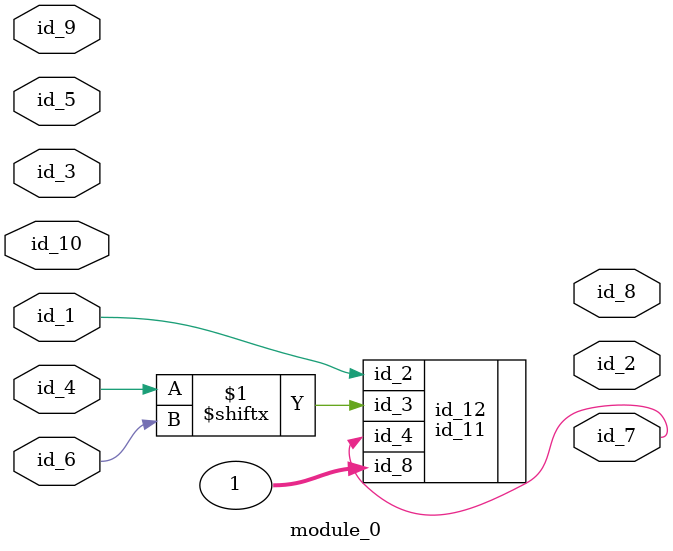
<source format=v>
`timescale 1 ps / 1ps
module module_0 (
    id_1,
    id_2,
    id_3,
    id_4,
    id_5,
    id_6,
    id_7,
    id_8,
    id_9,
    id_10
);
  input id_10;
  input id_9;
  output id_8;
  output id_7;
  input id_6;
  input id_5;
  input id_4;
  input id_3;
  output id_2;
  input id_1;
  id_11 id_12 (
      .id_3(id_4[id_6]),
      .id_8(1),
      .id_4(id_7),
      .id_2(id_1)
  );
endmodule

</source>
